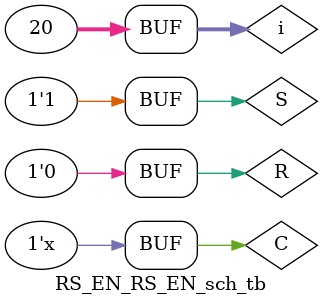
<source format=v>

`timescale 1ns / 1ps

module RS_EN_RS_EN_sch_tb();

// Inputs
   reg S;
   reg C;
   reg R;

// Output
   wire Q;
   wire Qn;

// Bidirs

// Instantiate the UUT
   RS_EN UUT (
		.S(S), 
		.C(C), 
		.R(R), 
		.Q(Q), 
		.Qn(Qn)
   );
integer i=0;
// Initialize Inputs
	initial begin
		C = 0;
		S = 0;
		R = 0;
		#40;
		S = 0;		//Hold
		R = 0;
		#100;
		S = 1;		//set
		R = 0;
		#100;
		S = 0;		//reset
		R = 1;		
		#100;
		S = 1;		//undefild
		R = 1;
		#100;
		S = 0;		//Hold: What Value?
		R = 0;
		#100;
		S = 1;		//set
		R = 0;
		
	end
	always@ *	
		for(i=0; i<20;i=i+1)begin
		#50;
		C <= ~C;
	end		
		
endmodule

</source>
